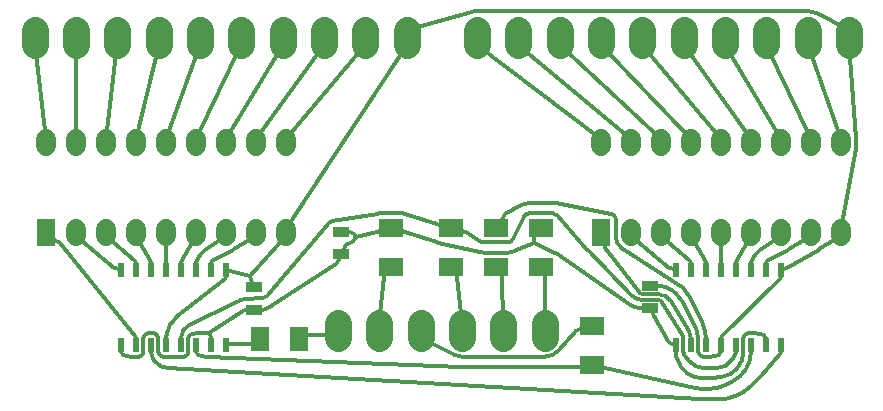
<source format=gbr>
%ICAS*%
%FSLAX44Y44*%
%OFA0B0*%
%SFA1B1*%
%MOMM*%
%AMFRECTNOHOLE10*
21,1,1.5748,2.2860,0.0000,0.0000,0*
%
%AMFRECTNOHOLE11*
21,1,0.5080,1.1430,0.0000,0.0000,180*
%
%AMFRECTNOHOLE12*
21,1,1.5240,2.0320,0.0000,0.0000,180*
%
%AMFRECTNOHOLE13*
21,1,1.5240,2.0320,0.0000,0.0000,270*
%
%AMFRECTNOHOLE14*
21,1,1.5240,2.0320,0.0000,0.0000,90*
%
%AMFRECTNOHOLE15*
21,1,0.8890,1.3970,0.0000,0.0000,270*
%
%ADD10FRECTNOHOLE10*%
%ADD11FRECTNOHOLE11*%
%ADD12FRECTNOHOLE12*%
%ADD13FRECTNOHOLE13*%
%ADD14FRECTNOHOLE14*%
%ADD15FRECTNOHOLE15*%
%ADD17C,0.3048X0.0000X0.0000*%
%ADD19C,1.6764X0.0000X0.0000*%
%ADD22C,2.2860X0.0000X0.0000*%
%LNBottom_arc*%
G54D10*
X2279650Y-1339850D3*
X1809750Y-1339850D3*
G54D11*
X2355850Y-1435100D3*
X2343150Y-1371600D3*
X2355850Y-1371600D3*
X2368550Y-1371600D3*
X2381250Y-1371600D3*
X2393950Y-1371600D3*
X2406650Y-1371600D3*
X2419350Y-1371600D3*
X2432050Y-1371600D3*
X2432050Y-1435100D3*
X2419350Y-1435100D3*
X2406650Y-1435100D3*
X2393950Y-1435100D3*
X2381250Y-1435100D3*
X2368550Y-1435100D3*
X2343150Y-1435100D3*
X1885950Y-1435100D3*
X1873250Y-1371600D3*
X1885950Y-1371600D3*
X1898650Y-1371600D3*
X1911350Y-1371600D3*
X1924050Y-1371600D3*
X1936750Y-1371600D3*
X1949450Y-1371600D3*
X1962150Y-1371600D3*
X1962150Y-1435100D3*
X1949450Y-1435100D3*
X1936750Y-1435100D3*
X1924050Y-1435100D3*
X1911350Y-1435100D3*
X1898650Y-1435100D3*
X1873250Y-1435100D3*
G54D12*
X2024380Y-1430020D3*
X1991360Y-1430020D3*
G54D13*
X2272030Y-1418590D3*
X2272030Y-1451610D3*
G54D14*
X2101850Y-1369060D3*
X2101850Y-1336040D3*
X2228850Y-1369060D3*
X2228850Y-1336040D3*
X2190750Y-1369060D3*
X2190750Y-1336040D3*
X2152650Y-1369060D3*
X2152650Y-1336040D3*
G54D15*
X1986280Y-1386205D3*
X1986280Y-1405255D3*
X2321560Y-1384935D3*
X2321560Y-1403985D3*
X2059940Y-1339215D3*
X2059940Y-1358265D3*
G54D17*
X1947035Y-1424656D2*
X1948180Y-1424686D1*
G75*
G01X1947035Y-1424656D2*
G03X1946910Y-1424654I-125J-4729D1*
G74*
X1939290Y-1424654D2*
X1946910Y-1424654D1*
G75*
G01X1939290Y-1424654D2*
G03X1938432Y-1424732I0J-4731D1*
G74*
X1933519Y-1425638D2*
X1938432Y-1424732D1*
G75*
G01X1933519Y-1425638D2*
G03X1930400Y-1429385I691J-3747D1*
G74*
X1930400Y-1440815D2*
X1930400Y-1429385D1*
G75*
G01X1927972Y-1444366D2*
G03X1930400Y-1440815I-1382J3551D1*
G74*
X1925765Y-1445224D2*
X1927972Y-1444366D1*
G75*
G01X1924050Y-1445546D2*
G03X1925765Y-1445224I0J4731D1*
G74*
X1911350Y-1445546D2*
X1924050Y-1445546D1*
G75*
G01X1909635Y-1445224D2*
G03X1911350Y-1445546I1715J4409D1*
G74*
X1907428Y-1444366D2*
X1909635Y-1445224D1*
G75*
G01X1905000Y-1440815D2*
G03X1907428Y-1444366I3810J0D1*
G74*
X1905000Y-1429385D2*
X1905000Y-1440815D1*
G75*
G01X1905000Y-1429385D2*
G03X1902572Y-1425834I-3810J0D1*
G74*
X1900365Y-1424976D2*
X1902572Y-1425834D1*
G75*
G01X1900365Y-1424976D2*
G03X1896935Y-1424976I-1715J-4409D1*
G74*
X1894728Y-1425834D2*
X1896935Y-1424976D1*
G75*
G01X1894728Y-1425834D2*
G03X1892300Y-1429385I1382J-3551D1*
G74*
X1892300Y-1440815D2*
X1892300Y-1429385D1*
G75*
G01X1889872Y-1444366D2*
G03X1892300Y-1440815I-1382J3551D1*
G74*
X1887665Y-1445224D2*
X1889872Y-1444366D1*
G75*
G01X1885950Y-1445546D2*
G03X1887665Y-1445224I0J4731D1*
G74*
X1883410Y-1445546D2*
X1885950Y-1445546D1*
G75*
G01X1882050Y-1445346D2*
G03X1883410Y-1445546I1360J4531D1*
G74*
X1875060Y-1443248D2*
X1882050Y-1445346D1*
G75*
G01X1873250Y-1440815D2*
G03X1875060Y-1443248I2540J0D1*
G74*
X1873250Y-1439291D2*
X1873250Y-1440815D1*
X1873250Y-1435100D2*
X1873250Y-1439291D1*
X1949348Y-1428671D2*
X1948180Y-1424686D1*
G75*
G01X1949450Y-1429385D2*
G03X1949348Y-1428671I-2540J0D1*
G74*
X1949450Y-1430909D2*
X1949450Y-1429385D1*
X1949450Y-1435100D2*
X1949450Y-1430909D1*
X2343150Y-1439291D2*
X2343150Y-1440815D1*
X2343150Y-1435100D2*
X2343150Y-1439291D1*
G75*
G01X2343150Y-1440815D2*
G03X2343586Y-1444115I12700J0D1*
G74*
X2344272Y-1446664D2*
X2343586Y-1444115D1*
G75*
G01X2344272Y-1446664D2*
G03X2366010Y-1463326I21738J5849D1*
G74*
X2371090Y-1463326D2*
X2366010Y-1463326D1*
G75*
G01X2371090Y-1463326D2*
G03X2373811Y-1463161I0J22511D1*
G74*
X2381320Y-1462247D2*
X2373811Y-1463161D1*
G75*
G01X2381320Y-1462247D2*
G03X2400300Y-1440815I-2610J21432D1*
G74*
X2400300Y-1429385D2*
X2400300Y-1440815D1*
G75*
G01X2402728Y-1425834D2*
G03X2400300Y-1429385I1382J-3551D1*
G74*
X2404935Y-1424976D2*
X2402728Y-1425834D1*
G75*
G01X2406650Y-1424654D2*
G03X2404935Y-1424976I0J-4731D1*
G74*
X2409190Y-1424654D2*
X2406650Y-1424654D1*
G75*
G01X2410550Y-1424854D2*
G03X2409190Y-1424654I-1360J-4531D1*
G74*
X2417540Y-1426952D2*
X2410550Y-1424854D1*
G75*
G01X2419350Y-1429385D2*
G03X2417540Y-1426952I-2540J0D1*
G74*
X2419350Y-1430909D2*
X2419350Y-1429385D1*
X2419350Y-1435100D2*
X2419350Y-1430909D1*
X2223421Y-1343660D2*
X2223262Y-1348486D1*
X2223421Y-1342136D2*
X2223421Y-1343660D1*
X2228850Y-1336040D2*
X2223421Y-1342136D1*
X2206079Y-1355801D2*
X2223262Y-1348486D1*
G75*
G01X2200910Y-1356856D2*
G03X2206079Y-1355801I0J13196D1*
G74*
X2180590Y-1356856D2*
X2200910Y-1356856D1*
G75*
G01X2177658Y-1356526D2*
G03X2180590Y-1356856I2932J12866D1*
G74*
X2141439Y-1348273D2*
X2177658Y-1356526D1*
G75*
G01X2141021Y-1348157D2*
G03X2141439Y-1348273I1469J4497D1*
G74*
X2113479Y-1339163D2*
X2141021Y-1348157D1*
G75*
G01X2113479Y-1339163D2*
G03X2112010Y-1338929I-1469J-4497D1*
G74*
X2110486Y-1338929D2*
X2112010Y-1338929D1*
X2101850Y-1336040D2*
X2110486Y-1338929D1*
X2090454Y-1339093D2*
X2072640Y-1343914D1*
G75*
G01X2091690Y-1338929D2*
G03X2090454Y-1339093I0J-4731D1*
G74*
X2093214Y-1338929D2*
X2091690Y-1338929D1*
X2101850Y-1336040D2*
X2093214Y-1338929D1*
X1991741Y-1405255D2*
X1993265Y-1405255D1*
X1986280Y-1405255D2*
X1991741Y-1405255D1*
G75*
G01X1993265Y-1405255D2*
G03X1995173Y-1404825I0J4445D1*
G74*
X1999113Y-1402952D2*
X1995173Y-1404825D1*
G75*
G01X1999113Y-1402952D2*
G03X2000651Y-1402095I-5848J12302D1*
G74*
X2055520Y-1366685D2*
X2000651Y-1402095D1*
G75*
G01X2055520Y-1366685D2*
G03X2057686Y-1362710I-2565J3975D1*
G74*
X2057686Y-1361186D2*
X2057686Y-1362710D1*
X2059940Y-1358265D2*
X2057686Y-1361186D1*
X2070716Y-1346491D2*
X2072640Y-1343914D1*
G75*
G01X2068648Y-1348066D2*
G03X2070716Y-1346491I-1723J4406D1*
G74*
X2065202Y-1349414D2*
X2068648Y-1348066D1*
G75*
G01X2065202Y-1349414D2*
G03X2062194Y-1353820I1723J-4406D1*
G74*
X2062194Y-1355344D2*
X2062194Y-1353820D1*
X2059940Y-1358265D2*
X2062194Y-1355344D1*
X2070500Y-1341018D2*
X2072640Y-1343914D1*
G75*
G01X2070500Y-1341018D2*
G03X2066925Y-1339215I-3575J-2642D1*
G74*
X2065401Y-1339215D2*
X2066925Y-1339215D1*
X2059940Y-1339215D2*
X2065401Y-1339215D1*
X2241086Y-1357189D2*
X2223262Y-1348486D1*
G75*
G01X2241707Y-1357553D2*
G03X2241086Y-1357189I-2697J-3887D1*
G74*
X2303714Y-1400585D2*
X2241707Y-1357553D1*
G75*
G01X2303714Y-1400585D2*
G03X2314575Y-1403985I10861J15650D1*
G74*
X2316099Y-1403985D2*
X2314575Y-1403985D1*
X2321560Y-1403985D2*
X2316099Y-1403985D1*
X2342134Y-1434116D2*
X2340610Y-1434116D1*
X2343150Y-1435100D2*
X2342134Y-1434116D1*
G75*
G01X2336510Y-1431746D2*
G03X2340610Y-1434116I4100J2361D1*
G74*
X2324445Y-1410791D2*
X2336510Y-1431746D1*
G75*
G01X2323814Y-1408430D2*
G03X2324445Y-1410791I4731J0D1*
G74*
X2323814Y-1406906D2*
X2323814Y-1408430D1*
X2321560Y-1403985D2*
X2323814Y-1406906D1*
X1976867Y-1405977D2*
X1948180Y-1424686D1*
G75*
G01X1979295Y-1405255D2*
G03X1976867Y-1405977I0J-4445D1*
G74*
X1980819Y-1405255D2*
X1979295Y-1405255D1*
X1986280Y-1405255D2*
X1980819Y-1405255D1*
X2057095Y-1422400D2*
X2057095Y-1426210D1*
X2032000Y-1426210D2*
X2057095Y-1426210D1*
X2030476Y-1426210D2*
X2032000Y-1426210D1*
X2024380Y-1430020D2*
X2030476Y-1426210D1*
X2162099Y-1422400D2*
X2162099Y-1416050D1*
X2158104Y-1377164D2*
X2162099Y-1416050D1*
G75*
G01X2158079Y-1376680D2*
G03X2158104Y-1377164I4731J0D1*
G74*
X2158079Y-1375156D2*
X2158079Y-1376680D1*
X2152650Y-1369060D2*
X2158079Y-1375156D1*
X2232101Y-1422400D2*
X2232101Y-1416050D1*
X2232101Y-1376680D2*
X2232101Y-1416050D1*
X2232101Y-1375156D2*
X2232101Y-1376680D1*
X2228850Y-1369060D2*
X2232101Y-1375156D1*
X2393950Y-1439291D2*
X2393950Y-1440815D1*
X2393950Y-1435100D2*
X2393950Y-1439291D1*
G75*
G01X2393626Y-1442056D2*
G03X2393950Y-1440815I-2216J1241D1*
G74*
X2390595Y-1447470D2*
X2393626Y-1442056D1*
G75*
G01X2378710Y-1454436D2*
G03X2390595Y-1447470I0J13621D1*
G74*
X2366010Y-1454436D2*
X2378710Y-1454436D1*
G75*
G01X2355488Y-1449464D2*
G03X2366010Y-1454436I10522J8649D1*
G74*
X2350367Y-1443234D2*
X2355488Y-1449464D1*
G75*
G01X2349500Y-1440815D2*
G03X2350367Y-1443234I3810J0D1*
G74*
X2349500Y-1429385D2*
X2349500Y-1440815D1*
G75*
G01X2349500Y-1429385D2*
G03X2348927Y-1427376I-3810J0D1*
G74*
X2330785Y-1398150D2*
X2348927Y-1427376D1*
G75*
G01X2330785Y-1398150D2*
G03X2328545Y-1396904I-2240J-1390D1*
G74*
X2314575Y-1396904D2*
X2328545Y-1396904D1*
G75*
G01X2305992Y-1393277D2*
G03X2314575Y-1396904I8583J8342D1*
G74*
X2268383Y-1354577D2*
X2305992Y-1393277D1*
G75*
G01X2268227Y-1354409D2*
G03X2268383Y-1354577I3549J3129D1*
G74*
X2242559Y-1325291D2*
X2268227Y-1354409D1*
G75*
G01X2242559Y-1325291D2*
G03X2239010Y-1323689I-3549J-3129D1*
G74*
X2218690Y-1323689D2*
X2239010Y-1323689D1*
G75*
G01X2218690Y-1323689D2*
G03X2214436Y-1326349I0J-4731D1*
G74*
X2205031Y-1345667D2*
X2214436Y-1326349D1*
G75*
G01X2200910Y-1348244D2*
G03X2205031Y-1345667I0J4584D1*
G74*
X2180590Y-1348244D2*
X2200910Y-1348244D1*
G75*
G01X2178188Y-1347565D2*
G03X2180590Y-1348244I2402J3905D1*
G74*
X2165289Y-1339630D2*
X2178188Y-1347565D1*
G75*
G01X2165289Y-1339630D2*
G03X2162810Y-1338929I-2479J-4030D1*
G74*
X2161286Y-1338929D2*
X2162810Y-1338929D1*
X2152650Y-1336040D2*
X2161286Y-1338929D1*
X1924050Y-1430909D2*
X1924050Y-1429385D1*
X1924050Y-1435100D2*
X1924050Y-1430909D1*
G75*
G01X1931192Y-1417966D2*
G03X1924050Y-1429385I5558J-11419D1*
G74*
X1973334Y-1397453D2*
X1931192Y-1417966D1*
G75*
G01X1978636Y-1396095D2*
G03X1973334Y-1397453I659J-13605D1*
G74*
X1993494Y-1395375D2*
X1978636Y-1396095D1*
G75*
G01X1993494Y-1395375D2*
G03X1996876Y-1393706I-229J4725D1*
G74*
X2049344Y-1331714D2*
X1996876Y-1393706D1*
G75*
G01X2052190Y-1330101D2*
G03X2049344Y-1331714I765J-4669D1*
G74*
X2090925Y-1323751D2*
X2052190Y-1330101D1*
G75*
G01X2091690Y-1323689D2*
G03X2090925Y-1323751I0J-4731D1*
G74*
X2112010Y-1323689D2*
X2091690Y-1323689D1*
G75*
G01X2113479Y-1323923D2*
G03X2112010Y-1323689I-1469J-4497D1*
G74*
X2141021Y-1332917D2*
X2113479Y-1323923D1*
G75*
G01X2141021Y-1332917D2*
G03X2142490Y-1333151I1469J4497D1*
G74*
X2144014Y-1333151D2*
X2142490Y-1333151D1*
X2152650Y-1336040D2*
X2144014Y-1333151D1*
X1898650Y-1439291D2*
X1898650Y-1440815D1*
X1898650Y-1435100D2*
X1898650Y-1439291D1*
G75*
G01X1898650Y-1440815D2*
G03X1906745Y-1452651I12700J0D1*
G74*
X1908951Y-1453509D2*
X1906745Y-1452651D1*
G75*
G01X1908951Y-1453509D2*
G03X1913087Y-1454412I4939J12694D1*
G74*
X2363633Y-1481036D2*
X1913087Y-1454412D1*
G75*
G01X2363633Y-1481036D2*
G03X2366010Y-1481106I2377J40221D1*
G74*
X2378710Y-1481106D2*
X2366010Y-1481106D1*
G75*
G01X2378710Y-1481106D2*
G03X2406914Y-1469589I0J40291D1*
G74*
X2413391Y-1463240D2*
X2406914Y-1469589D1*
G75*
G01X2413391Y-1463240D2*
G03X2415196Y-1461314I-21981J22425D1*
G74*
X2431434Y-1442473D2*
X2415196Y-1461314D1*
G75*
G01X2431434Y-1442473D2*
G03X2432050Y-1440815I-1924J1658D1*
G74*
X2432050Y-1439291D2*
X2432050Y-1440815D1*
X2432050Y-1435100D2*
X2432050Y-1439291D1*
X2406650Y-1367409D2*
X2406650Y-1365885D1*
X2406650Y-1371600D2*
X2406650Y-1367409D1*
G75*
G01X2406974Y-1364644D2*
G03X2406650Y-1365885I2216J-1241D1*
G74*
X2410005Y-1359230D2*
X2406974Y-1364644D1*
G75*
G01X2414404Y-1354505D2*
G03X2410005Y-1359230I7486J-11380D1*
G74*
X2432050Y-1342898D2*
X2414404Y-1354505D1*
X2432050Y-1339850D2*
X2432050Y-1342898D1*
X2381250Y-1367409D2*
X2381250Y-1365885D1*
X2381250Y-1371600D2*
X2381250Y-1367409D1*
X2381250Y-1342898D2*
X2381250Y-1365885D1*
X2381250Y-1339850D2*
X2381250Y-1342898D1*
X2355850Y-1367409D2*
X2355850Y-1365885D1*
X2355850Y-1371600D2*
X2355850Y-1367409D1*
G75*
G01X2355850Y-1365885D2*
G03X2354965Y-1363958I-2540J0D1*
G74*
X2330450Y-1342898D2*
X2354965Y-1363958D1*
X2330450Y-1339850D2*
X2330450Y-1342898D1*
X2355850Y-1430909D2*
X2355850Y-1429385D1*
X2355850Y-1435100D2*
X2355850Y-1430909D1*
G75*
G01X2355850Y-1429385D2*
G03X2353999Y-1422782I-12700J0D1*
G74*
X2338770Y-1397762D2*
X2353999Y-1422782D1*
G75*
G01X2338770Y-1397762D2*
G03X2328545Y-1392015I-10225J-6223D1*
G74*
X2314575Y-1392015D2*
X2328545Y-1392015D1*
G75*
G01X2312497Y-1391000D2*
G03X2314575Y-1392015I2078J1620D1*
G74*
X2283793Y-1354189D2*
X2312497Y-1391000D1*
G75*
G01X2282793Y-1351280D2*
G03X2283793Y-1354189I4731J0D1*
G74*
X2282793Y-1349756D2*
X2282793Y-1351280D1*
X2279650Y-1339850D2*
X2282793Y-1349756D1*
X2419782Y-1174750D2*
X2419782Y-1181100D1*
X2457450Y-1260602D2*
X2419782Y-1181100D1*
X2457450Y-1263650D2*
X2457450Y-1260602D1*
X2349779Y-1174750D2*
X2349779Y-1181100D1*
X2406650Y-1260602D2*
X2349779Y-1181100D1*
X2406650Y-1263650D2*
X2406650Y-1260602D1*
X2279802Y-1174750D2*
X2279802Y-1181100D1*
X2355850Y-1260602D2*
X2279802Y-1181100D1*
X2355850Y-1263650D2*
X2355850Y-1260602D1*
X2209800Y-1174750D2*
X2209800Y-1181100D1*
X2305050Y-1260602D2*
X2209800Y-1181100D1*
X2305050Y-1263650D2*
X2305050Y-1260602D1*
X2174799Y-1174750D2*
X2174799Y-1181100D1*
X2279650Y-1260602D2*
X2174799Y-1181100D1*
X2279650Y-1263650D2*
X2279650Y-1260602D1*
X2244801Y-1174750D2*
X2244801Y-1181100D1*
X2330450Y-1260602D2*
X2244801Y-1181100D1*
X2330450Y-1263650D2*
X2330450Y-1260602D1*
X2314804Y-1174750D2*
X2314804Y-1181100D1*
X2381250Y-1260602D2*
X2314804Y-1181100D1*
X2381250Y-1263650D2*
X2381250Y-1260602D1*
X2384781Y-1174750D2*
X2384781Y-1181100D1*
X2432050Y-1260602D2*
X2384781Y-1181100D1*
X2432050Y-1263650D2*
X2432050Y-1260602D1*
X2454783Y-1174750D2*
X2454783Y-1181100D1*
X2482850Y-1260602D2*
X2454783Y-1181100D1*
X2482850Y-1263650D2*
X2482850Y-1260602D1*
X2305050Y-1339850D2*
X2305050Y-1342898D1*
X2337614Y-1369546D2*
X2305050Y-1342898D1*
G75*
G01X2337614Y-1369546D2*
G03X2340610Y-1370616I2996J3661D1*
G74*
X2342134Y-1370616D2*
X2340610Y-1370616D1*
X2343150Y-1371600D2*
X2342134Y-1370616D1*
X2368550Y-1367409D2*
X2368550Y-1365885D1*
X2368550Y-1371600D2*
X2368550Y-1367409D1*
G75*
G01X2368550Y-1365885D2*
G03X2368226Y-1364644I-2540J0D1*
G74*
X2365195Y-1359230D2*
X2368226Y-1364644D1*
X2365195Y-1359230D2*
X2365132Y-1359120D1*
X2355850Y-1342898D2*
X2365132Y-1359120D1*
X2355850Y-1339850D2*
X2355850Y-1342898D1*
X2393950Y-1367409D2*
X2393950Y-1365885D1*
X2393950Y-1371600D2*
X2393950Y-1367409D1*
G75*
G01X2394274Y-1364644D2*
G03X2393950Y-1365885I2216J-1241D1*
G74*
X2397305Y-1359230D2*
X2394274Y-1364644D1*
X2397368Y-1359120D2*
X2397305Y-1359230D1*
X2406650Y-1342898D2*
X2397368Y-1359120D1*
X2406650Y-1339850D2*
X2406650Y-1342898D1*
X2419350Y-1367409D2*
X2419350Y-1365885D1*
X2419350Y-1371600D2*
X2419350Y-1367409D1*
G75*
G01X2420712Y-1363635D2*
G03X2419350Y-1365885I1178J-2250D1*
G74*
X2438132Y-1354515D2*
X2420712Y-1363635D1*
G75*
G01X2438132Y-1354515D2*
G03X2438820Y-1354128I-6082J11617D1*
G74*
X2457450Y-1342898D2*
X2438820Y-1354128D1*
X2457450Y-1339850D2*
X2457450Y-1342898D1*
X1936750Y-1367409D2*
X1936750Y-1365885D1*
X1936750Y-1371600D2*
X1936750Y-1367409D1*
G75*
G01X1937074Y-1364644D2*
G03X1936750Y-1365885I2216J-1241D1*
G74*
X1940105Y-1359230D2*
X1937074Y-1364644D1*
G75*
G01X1944504Y-1354505D2*
G03X1940105Y-1359230I7486J-11380D1*
G74*
X1962150Y-1342898D2*
X1944504Y-1354505D1*
X1962150Y-1339850D2*
X1962150Y-1342898D1*
X1911350Y-1367409D2*
X1911350Y-1365885D1*
X1911350Y-1371600D2*
X1911350Y-1367409D1*
X1911350Y-1342898D2*
X1911350Y-1365885D1*
X1911350Y-1339850D2*
X1911350Y-1342898D1*
X1885950Y-1367409D2*
X1885950Y-1365885D1*
X1885950Y-1371600D2*
X1885950Y-1367409D1*
G75*
G01X1885950Y-1365885D2*
G03X1885065Y-1363958I-2540J0D1*
G74*
X1860550Y-1342898D2*
X1885065Y-1363958D1*
X1860550Y-1339850D2*
X1860550Y-1342898D1*
X1885950Y-1430909D2*
X1885950Y-1429385D1*
X1885950Y-1435100D2*
X1885950Y-1430909D1*
G75*
G01X1885950Y-1429385D2*
G03X1885387Y-1427791I-2540J0D1*
G74*
X1821307Y-1348311D2*
X1885387Y-1427791D1*
G75*
G01X1821307Y-1348311D2*
G03X1817624Y-1346549I-3683J-2969D1*
G74*
X1816100Y-1346549D2*
X1817624Y-1346549D1*
X1809750Y-1339850D2*
X1816100Y-1346549D1*
X2045132Y-1174750D2*
X2045132Y-1181100D1*
X1987550Y-1260602D2*
X2045132Y-1181100D1*
X1987550Y-1263650D2*
X1987550Y-1260602D1*
X1975129Y-1174750D2*
X1975129Y-1181100D1*
X1936750Y-1260602D2*
X1975129Y-1181100D1*
X1936750Y-1263650D2*
X1936750Y-1260602D1*
X1905152Y-1174750D2*
X1905152Y-1181100D1*
X1885950Y-1260602D2*
X1905152Y-1181100D1*
X1885950Y-1263650D2*
X1885950Y-1260602D1*
X1835150Y-1174750D2*
X1835150Y-1181100D1*
X1835150Y-1260602D2*
X1835150Y-1181100D1*
X1835150Y-1263650D2*
X1835150Y-1260602D1*
X1800149Y-1174750D2*
X1800149Y-1181100D1*
X1809750Y-1260602D2*
X1800149Y-1181100D1*
X1809750Y-1263650D2*
X1809750Y-1260602D1*
X1870151Y-1174750D2*
X1870151Y-1181100D1*
X1860550Y-1260602D2*
X1870151Y-1181100D1*
X1860550Y-1263650D2*
X1860550Y-1260602D1*
X1940154Y-1174750D2*
X1940154Y-1181100D1*
X1911350Y-1260602D2*
X1940154Y-1181100D1*
X1911350Y-1263650D2*
X1911350Y-1260602D1*
X2010131Y-1174750D2*
X2010131Y-1181100D1*
X1962150Y-1260602D2*
X2010131Y-1181100D1*
X1962150Y-1263650D2*
X1962150Y-1260602D1*
X2080133Y-1174750D2*
X2080133Y-1181100D1*
X2012950Y-1260602D2*
X2080133Y-1181100D1*
X2012950Y-1263650D2*
X2012950Y-1260602D1*
X1835150Y-1339850D2*
X1835150Y-1342898D1*
X1867714Y-1369546D2*
X1835150Y-1342898D1*
G75*
G01X1867714Y-1369546D2*
G03X1870710Y-1370616I2996J3661D1*
G74*
X1872234Y-1370616D2*
X1870710Y-1370616D1*
X1873250Y-1371600D2*
X1872234Y-1370616D1*
X1898650Y-1367409D2*
X1898650Y-1365885D1*
X1898650Y-1371600D2*
X1898650Y-1367409D1*
G75*
G01X1898650Y-1365885D2*
G03X1898326Y-1364644I-2540J0D1*
G74*
X1895295Y-1359230D2*
X1898326Y-1364644D1*
X1895295Y-1359230D2*
X1895232Y-1359120D1*
X1885950Y-1342898D2*
X1895232Y-1359120D1*
X1885950Y-1339850D2*
X1885950Y-1342898D1*
X1924050Y-1367409D2*
X1924050Y-1365885D1*
X1924050Y-1371600D2*
X1924050Y-1367409D1*
G75*
G01X1924374Y-1364644D2*
G03X1924050Y-1365885I2216J-1241D1*
G74*
X1927405Y-1359230D2*
X1924374Y-1364644D1*
X1927468Y-1359120D2*
X1927405Y-1359230D1*
X1936750Y-1342898D2*
X1927468Y-1359120D1*
X1936750Y-1339850D2*
X1936750Y-1342898D1*
X1949450Y-1367409D2*
X1949450Y-1365885D1*
X1949450Y-1371600D2*
X1949450Y-1367409D1*
G75*
G01X1950812Y-1363635D2*
G03X1949450Y-1365885I1178J-2250D1*
G74*
X1968232Y-1354515D2*
X1950812Y-1363635D1*
G75*
G01X1968232Y-1354515D2*
G03X1968920Y-1354128I-6082J11617D1*
G74*
X1987550Y-1342898D2*
X1968920Y-1354128D1*
X1987550Y-1339850D2*
X1987550Y-1342898D1*
X1963166Y-1434116D2*
X1964690Y-1434116D1*
X1962150Y-1435100D2*
X1963166Y-1434116D1*
X1983740Y-1434116D2*
X1964690Y-1434116D1*
X1985264Y-1434116D2*
X1983740Y-1434116D1*
X1991360Y-1430020D2*
X1985264Y-1434116D1*
X2368550Y-1430909D2*
X2368550Y-1429385D1*
X2368550Y-1435100D2*
X2368550Y-1430909D1*
G75*
G01X2368550Y-1429385D2*
G03X2365950Y-1417614I-27940J0D1*
G74*
X2355802Y-1395769D2*
X2365950Y-1417614D1*
G75*
G01X2355802Y-1395769D2*
G03X2339520Y-1380452I-27257J-12661D1*
G74*
X2339398Y-1380404D2*
X2339520Y-1380452D1*
G75*
G01X2338811Y-1380103D2*
G03X2339398Y-1380404I1799J2788D1*
G74*
X2298026Y-1353782D2*
X2338811Y-1380103D1*
G75*
G01X2292096Y-1342898D2*
G03X2298026Y-1353782I12954J0D1*
G74*
X2292096Y-1336802D2*
X2292096Y-1342898D1*
G75*
G01X2292112Y-1336162D2*
G03X2292096Y-1336802I12938J-640D1*
G74*
X2292249Y-1333385D2*
X2292112Y-1336162D1*
G75*
G01X2292249Y-1333385D2*
G03X2292255Y-1333151I-4725J234D1*
G74*
X2292255Y-1328420D2*
X2292255Y-1333151D1*
G75*
G01X2292255Y-1328420D2*
G03X2288391Y-1323769I-4731J0D1*
G74*
X2241506Y-1315030D2*
X2288391Y-1323769D1*
G75*
G01X2241506Y-1315030D2*
G03X2239010Y-1314799I-2496J-13390D1*
G74*
X2218690Y-1314799D2*
X2239010Y-1314799D1*
G75*
G01X2218690Y-1314799D2*
G03X2211879Y-1316624I0J-13621D1*
G74*
X2198544Y-1324323D2*
X2211879Y-1316624D1*
G75*
G01X2198544Y-1324323D2*
G03X2196179Y-1328420I2366J-4097D1*
G74*
X2196179Y-1329944D2*
X2196179Y-1328420D1*
X2190750Y-1336040D2*
X2196179Y-1329944D1*
X1936750Y-1439291D2*
X1936750Y-1440815D1*
X1936750Y-1435100D2*
X1936750Y-1439291D1*
G75*
G01X1936750Y-1440815D2*
G03X1938560Y-1443248I2540J0D1*
G74*
X1945550Y-1445346D2*
X1938560Y-1443248D1*
G75*
G01X1945550Y-1445346D2*
G03X1946728Y-1445543I1360J4531D1*
G74*
X2161137Y-1453783D2*
X1946728Y-1445543D1*
G75*
G01X2161137Y-1453783D2*
G03X2162099Y-1453801I962J25033D1*
G74*
X2261870Y-1453801D2*
X2162099Y-1453801D1*
X2263394Y-1453801D2*
X2261870Y-1453801D1*
X2272030Y-1451610D2*
X2263394Y-1453801D1*
X2406650Y-1439291D2*
X2406650Y-1440815D1*
X2406650Y-1435100D2*
X2406650Y-1439291D1*
G75*
G01X2391400Y-1465707D2*
G03X2406650Y-1440815I-12690J24892D1*
G74*
X2385352Y-1468790D2*
X2391400Y-1465707D1*
G75*
G01X2371090Y-1472216D2*
G03X2385352Y-1468790I0J31401D1*
G74*
X2366010Y-1472216D2*
X2371090Y-1472216D1*
G75*
G01X2359209Y-1471471D2*
G03X2366010Y-1472216I6801J30656D1*
G74*
X2283215Y-1454611D2*
X2359209Y-1471471D1*
G75*
G01X2283215Y-1454611D2*
G03X2282190Y-1454499I-1025J-4619D1*
G74*
X2280666Y-1454499D2*
X2282190Y-1454499D1*
X2272030Y-1451610D2*
X2280666Y-1454499D1*
X2197100Y-1422400D2*
X2197100Y-1416050D1*
X2196180Y-1376791D2*
X2197100Y-1416050D1*
G75*
G01X2196179Y-1376680D2*
G03X2196180Y-1376791I4731J0D1*
G74*
X2196179Y-1375156D2*
X2196179Y-1376680D1*
X2190750Y-1369060D2*
X2196179Y-1375156D1*
X2127098Y-1422400D2*
X2127098Y-1428750D1*
X2154637Y-1443085D2*
X2127098Y-1428750D1*
G75*
G01X2154637Y-1443085D2*
G03X2162099Y-1444911I7462J14335D1*
G74*
X2232101Y-1444911D2*
X2162099Y-1444911D1*
G75*
G01X2232101Y-1444911D2*
G03X2244343Y-1439300I0J16161D1*
G74*
X2258286Y-1423121D2*
X2244343Y-1439300D1*
G75*
G01X2261870Y-1421479D2*
G03X2258286Y-1423121I0J-4731D1*
G74*
X2263394Y-1421479D2*
X2261870Y-1421479D1*
X2272030Y-1418590D2*
X2263394Y-1421479D1*
X2115134Y-1174750D2*
X2115134Y-1181100D1*
X2012950Y-1336802D2*
X2115134Y-1181100D1*
X2012950Y-1339850D2*
X2012950Y-1336802D1*
X2012950Y-1342898D2*
X1982470Y-1376426D1*
X2012950Y-1339850D2*
X2012950Y-1342898D1*
X2489784Y-1174750D2*
X2489784Y-1181100D1*
X2495923Y-1259579D2*
X2489784Y-1181100D1*
G75*
G01X2495963Y-1260602D2*
G03X2495923Y-1259579I-13113J0D1*
G74*
X2495963Y-1266698D2*
X2495963Y-1260602D1*
G75*
G01X2495732Y-1269151D2*
G03X2495963Y-1266698I-12882J2453D1*
G74*
X2482850Y-1336802D2*
X2495732Y-1269151D1*
X2482850Y-1339850D2*
X2482850Y-1336802D1*
X1911350Y-1430909D2*
X1911350Y-1429385D1*
X1911350Y-1435100D2*
X1911350Y-1430909D1*
G75*
G01X1911394Y-1428916D2*
G03X1911350Y-1429385I2496J-469D1*
G74*
X1912086Y-1425231D2*
X1911394Y-1428916D1*
G75*
G01X1920235Y-1411738D2*
G03X1912086Y-1425231I13975J-17647D1*
G74*
X1961187Y-1379306D2*
X1920235Y-1411738D1*
G75*
G01X1961187Y-1379306D2*
G03X1962150Y-1377315I-1577J1991D1*
G74*
X1962150Y-1375791D2*
X1962150Y-1377315D1*
X1962150Y-1371600D2*
X1962150Y-1375791D1*
X1965718Y-1372697D2*
X1982470Y-1376426D1*
G75*
G01X1965718Y-1372697D2*
G03X1964690Y-1372584I-1028J-4618D1*
G74*
X1963166Y-1372584D2*
X1964690Y-1372584D1*
X1962150Y-1371600D2*
X1963166Y-1372584D1*
X2381250Y-1430909D2*
X2381250Y-1429385D1*
X2381250Y-1435100D2*
X2381250Y-1430909D1*
G75*
G01X2382009Y-1427574D2*
G03X2381250Y-1429385I1781J-1811D1*
G74*
X2431291Y-1379126D2*
X2382009Y-1427574D1*
G75*
G01X2431291Y-1379126D2*
G03X2432050Y-1377315I-1781J1811D1*
G74*
X2432050Y-1375791D2*
X2432050Y-1377315D1*
X2432050Y-1371600D2*
X2432050Y-1375791D1*
X2482850Y-1339850D2*
X2482850Y-1342898D1*
X2464220Y-1354128D2*
X2482850Y-1342898D1*
G75*
G01X2464041Y-1354234D2*
G03X2464220Y-1354128I-6591J11336D1*
G74*
X2436968Y-1369975D2*
X2464041Y-1354234D1*
G75*
G01X2434590Y-1370616D2*
G03X2436968Y-1369975I0J4731D1*
G74*
X2433066Y-1370616D2*
X2434590Y-1370616D1*
X2432050Y-1371600D2*
X2433066Y-1370616D1*
X2115134Y-1174750D2*
X2115134Y-1168400D1*
X2170422Y-1152843D2*
X2115134Y-1168400D1*
G75*
G01X2174799Y-1152239D2*
G03X2170422Y-1152843I0J-16161D1*
G74*
X2454783Y-1152239D2*
X2174799Y-1152239D1*
G75*
G01X2462245Y-1154065D2*
G03X2454783Y-1152239I-7462J-14335D1*
G74*
X2489784Y-1168400D2*
X2462245Y-1154065D1*
X2489784Y-1174750D2*
X2489784Y-1168400D1*
X2092096Y-1422400D2*
X2092096Y-1416050D1*
X2096392Y-1377200D2*
X2092096Y-1416050D1*
G75*
G01X2096392Y-1377200D2*
G03X2096421Y-1376680I-4702J520D1*
G74*
X2096421Y-1375156D2*
X2096421Y-1376680D1*
X2101850Y-1369060D2*
X2096421Y-1375156D1*
X2381250Y-1439291D2*
X2381250Y-1440815D1*
X2381250Y-1435100D2*
X2381250Y-1439291D1*
G75*
G01X2379440Y-1443248D2*
G03X2381250Y-1440815I-730J2433D1*
G74*
X2372450Y-1445346D2*
X2379440Y-1443248D1*
G75*
G01X2371090Y-1445546D2*
G03X2372450Y-1445346I0J4731D1*
G74*
X2368550Y-1445546D2*
X2371090Y-1445546D1*
G75*
G01X2366835Y-1445224D2*
G03X2368550Y-1445546I1715J4409D1*
G74*
X2364628Y-1444366D2*
X2366835Y-1445224D1*
G75*
G01X2362200Y-1440815D2*
G03X2364628Y-1444366I3810J0D1*
G74*
X2362200Y-1429385D2*
X2362200Y-1440815D1*
G75*
G01X2362200Y-1429385D2*
G03X2360110Y-1420710I-19050J0D1*
G74*
X2348587Y-1398179D2*
X2360110Y-1420710D1*
G75*
G01X2348587Y-1398179D2*
G03X2342670Y-1390902I-20042J-10251D1*
G74*
X2340499Y-1389152D2*
X2342670Y-1390902D1*
G75*
G01X2340499Y-1389152D2*
G03X2328545Y-1384935I-11954J-14833D1*
G74*
X2327021Y-1384935D2*
X2328545Y-1384935D1*
X2321560Y-1384935D2*
X2327021Y-1384935D1*
X1983771Y-1380228D2*
X1982470Y-1376426D1*
G75*
G01X1984026Y-1381760D2*
G03X1983771Y-1380228I-4731J0D1*
G74*
X1984026Y-1383284D2*
X1984026Y-1381760D1*
X1986280Y-1386205D2*
X1984026Y-1383284D1*
G54D19*
X2279650Y-1260602D2*
X2279650Y-1266698D1*
X2305050Y-1260602D2*
X2305050Y-1266698D1*
X2330450Y-1260602D2*
X2330450Y-1266698D1*
X2355850Y-1260602D2*
X2355850Y-1266698D1*
X2381250Y-1260602D2*
X2381250Y-1266698D1*
X2406650Y-1260602D2*
X2406650Y-1266698D1*
X2432050Y-1260602D2*
X2432050Y-1266698D1*
X2457450Y-1260602D2*
X2457450Y-1266698D1*
X2482850Y-1260602D2*
X2482850Y-1266698D1*
X2482850Y-1336802D2*
X2482850Y-1342898D1*
X2457450Y-1336802D2*
X2457450Y-1342898D1*
X2432050Y-1336802D2*
X2432050Y-1342898D1*
X2406650Y-1336802D2*
X2406650Y-1342898D1*
X2381250Y-1336802D2*
X2381250Y-1342898D1*
X2355850Y-1336802D2*
X2355850Y-1342898D1*
X2330450Y-1336802D2*
X2330450Y-1342898D1*
X2305050Y-1336802D2*
X2305050Y-1342898D1*
X1809750Y-1260602D2*
X1809750Y-1266698D1*
X1835150Y-1260602D2*
X1835150Y-1266698D1*
X1860550Y-1260602D2*
X1860550Y-1266698D1*
X1885950Y-1260602D2*
X1885950Y-1266698D1*
X1911350Y-1260602D2*
X1911350Y-1266698D1*
X1936750Y-1260602D2*
X1936750Y-1266698D1*
X1962150Y-1260602D2*
X1962150Y-1266698D1*
X1987550Y-1260602D2*
X1987550Y-1266698D1*
X2012950Y-1260602D2*
X2012950Y-1266698D1*
X2012950Y-1336802D2*
X2012950Y-1342898D1*
X1987550Y-1336802D2*
X1987550Y-1342898D1*
X1962150Y-1336802D2*
X1962150Y-1342898D1*
X1936750Y-1336802D2*
X1936750Y-1342898D1*
X1911350Y-1336802D2*
X1911350Y-1342898D1*
X1885950Y-1336802D2*
X1885950Y-1342898D1*
X1860550Y-1336802D2*
X1860550Y-1342898D1*
X1835150Y-1336802D2*
X1835150Y-1342898D1*
G54D22*
X2162099Y-1428750D2*
X2162099Y-1416050D1*
X2197100Y-1428750D2*
X2197100Y-1416050D1*
X2232101Y-1428750D2*
X2232101Y-1416050D1*
X2127098Y-1428750D2*
X2127098Y-1416050D1*
X2057095Y-1428750D2*
X2057095Y-1416050D1*
X2092096Y-1428750D2*
X2092096Y-1416050D1*
X2244801Y-1168400D2*
X2244801Y-1181100D1*
X2209800Y-1168400D2*
X2209800Y-1181100D1*
X2174799Y-1168400D2*
X2174799Y-1181100D1*
X2279802Y-1168400D2*
X2279802Y-1181100D1*
X2314804Y-1168400D2*
X2314804Y-1181100D1*
X2489784Y-1168400D2*
X2489784Y-1181100D1*
X2454783Y-1168400D2*
X2454783Y-1181100D1*
X2349779Y-1168400D2*
X2349779Y-1181100D1*
X2384781Y-1168400D2*
X2384781Y-1181100D1*
X2419782Y-1168400D2*
X2419782Y-1181100D1*
X1870151Y-1168400D2*
X1870151Y-1181100D1*
X1835150Y-1168400D2*
X1835150Y-1181100D1*
X1800149Y-1168400D2*
X1800149Y-1181100D1*
X1905152Y-1168400D2*
X1905152Y-1181100D1*
X1940154Y-1168400D2*
X1940154Y-1181100D1*
X2115134Y-1168400D2*
X2115134Y-1181100D1*
X2080133Y-1168400D2*
X2080133Y-1181100D1*
X1975129Y-1168400D2*
X1975129Y-1181100D1*
X2010131Y-1168400D2*
X2010131Y-1181100D1*
X2045132Y-1168400D2*
X2045132Y-1181100D1*
M02*

</source>
